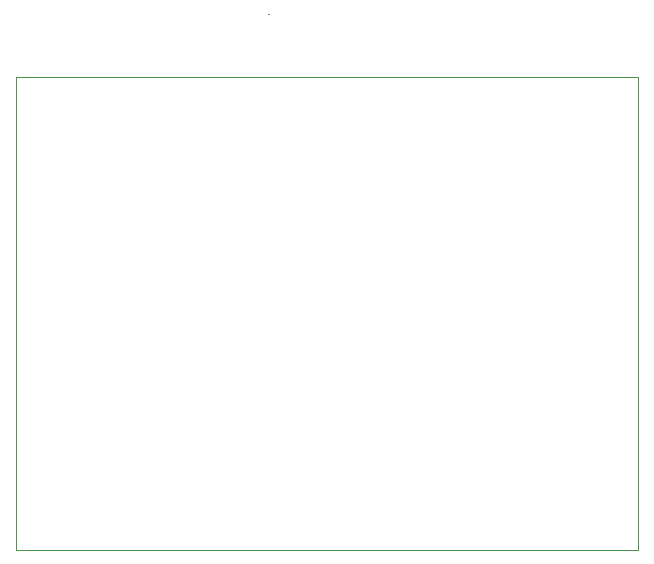
<source format=gbr>
%TF.GenerationSoftware,KiCad,Pcbnew,8.0.1*%
%TF.CreationDate,2024-04-05T19:32:32+05:30*%
%TF.ProjectId,TinyDrone,54696e79-4472-46f6-9e65-2e6b69636164,rev?*%
%TF.SameCoordinates,Original*%
%TF.FileFunction,Profile,NP*%
%FSLAX46Y46*%
G04 Gerber Fmt 4.6, Leading zero omitted, Abs format (unit mm)*
G04 Created by KiCad (PCBNEW 8.0.1) date 2024-04-05 19:32:32*
%MOMM*%
%LPD*%
G01*
G04 APERTURE LIST*
%TA.AperFunction,Profile*%
%ADD10C,0.100000*%
%TD*%
G04 APERTURE END LIST*
D10*
X78500000Y-64910000D02*
X131160000Y-64910000D01*
X131160000Y-104980000D01*
X78500000Y-104980000D01*
X78500000Y-64910000D01*
X99844600Y-59614600D02*
X99870000Y-59614600D01*
X99870000Y-59640000D01*
X99844600Y-59640000D01*
X99844600Y-59614600D01*
M02*

</source>
